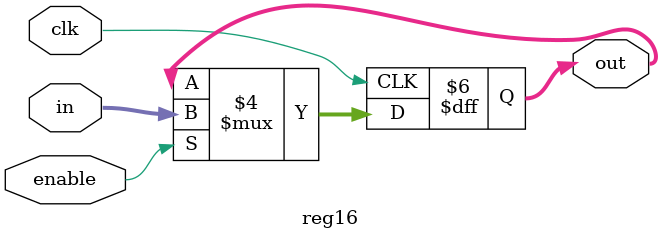
<source format=v>
module reg16 (input clk, input [15:0] in,input enable, output reg [15:0] out=0);

always @ (posedge clk)
begin
if (enable)
begin
out<=in;
end
else out<=out;
end

endmodule

</source>
